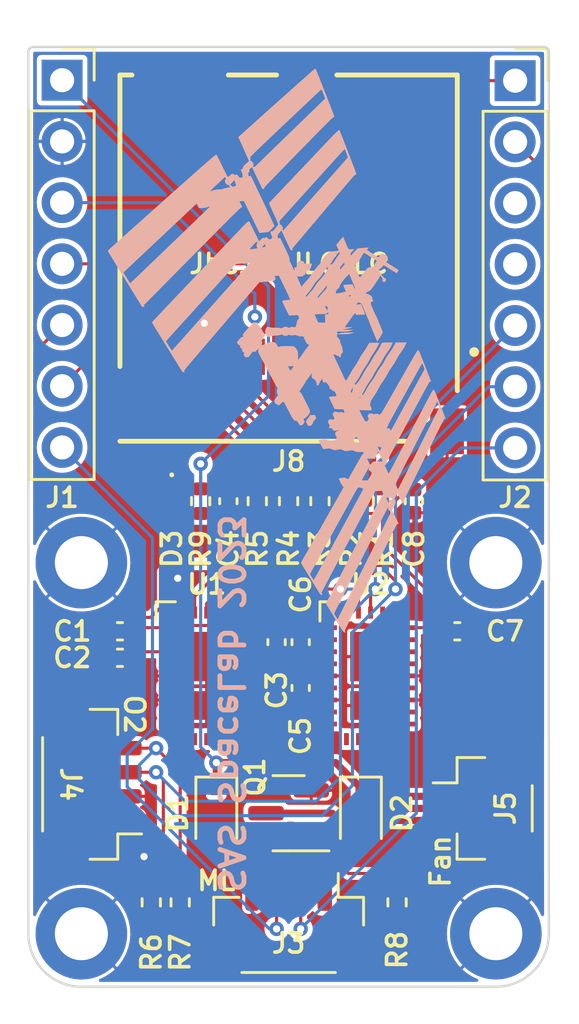
<source format=kicad_pcb>
(kicad_pcb (version 20211014) (generator pcbnew)
  (layers (0 "F.Cu" signal) (31 "B.Cu" signal) (34 "B.Paste" user) (35 "F.Paste" user) (36 "B.SilkS" user "B.Silkscreen") (37 "F.SilkS" user "F.Silkscreen") (38 "B.Mask" user) (39 "F.Mask" user) (44 "Edge.Cuts" user))
  (net 0 "")
  (net 1 "GND")
  (net 2 "/SDA")
  (net 3 "/SCL")
  (net 4 "+5V")
  (net 5 "+3.3V")
  (net 6 "Net-(D2-Pad2)")
  (net 7 "/MOSI")
  (net 8 "/MISO")
  (net 9 "/SCK")
  (net 10 "/TX")
  (net 11 "/D0")
  (net 12 "/D1")
  (net 13 "/P2")
  (net 20 "/P3")
  (net 21 "Net-(C2-Pad2)")
  (net 22 "/RX")
  (net 23 "Net-(C5-Pad2)")
  (net 24 "Net-(D1-Pad2)")
  (net 25 "Net-(J8-PadP1)")
  (net 26 "Net-(J8-PadP8)")
  (net 27 "Net-(D3-Pad2)")
  (footprint "MountingHole:MountingHole_2.2mm_M2_DIN965_Pad" (layer "F.Cu") (at -8.6 12.4)
    (fp_text reference "H1" hide)
    (fp_text value "M2")
    (pad "1" thru_hole circle (at 0 0) (size 3.8 3.8) (drill 2.2) (layers *.Cu *.Mask) (net 1 "GND"))
  )
  (footprint "Connector_PinSocket_2.54mm:PinSocket_1x07_P2.54mm_Vertical" (layer "F.Cu") (at -9.4 -7.62)
    (fp_text reference "J1" (at 0 17.32) (layer "F.SilkS") (effects (font (size 0.8 0.8))))
    (fp_text value "XIAO_L")
    (pad "1" thru_hole rect (at 0 0) (size 1.7 1.7) (drill 1) (layers *.Cu *.Mask) (net 4 "+5V"))
    (pad "2" thru_hole oval (at 0 2.54) (size 1.7 1.7) (drill 1) (layers *.Cu *.Mask) (net 1 "GND"))
    (pad "3" thru_hole oval (at 0 5.08) (size 1.7 1.7) (drill 1) (layers *.Cu *.Mask) (net 5 "+3.3V"))
    (pad "4" thru_hole oval (at 0 7.62) (size 1.7 1.7) (drill 1) (layers *.Cu *.Mask) (net 7 "/MOSI"))
    (pad "5" thru_hole oval (at 0 10.16) (size 1.7 1.7) (drill 1) (layers *.Cu *.Mask) (net 8 "/MISO"))
    (pad "6" thru_hole oval (at 0 12.7) (size 1.7 1.7) (drill 1) (layers *.Cu *.Mask) (net 9 "/SCK"))
    (pad "7" thru_hole oval (at 0 15.24) (size 1.7 1.7) (drill 1) (layers *.Cu *.Mask) (net 10 "/TX"))
  )
  (footprint "Connector_PinSocket_2.54mm:PinSocket_1x07_P2.54mm_Vertical" (layer "F.Cu") (at 9.4 -7.6)
    (fp_text reference "J2" (at 0 17.3) (layer "F.SilkS") (effects (font (size 0.8 0.8))))
    (fp_text value "XIAO_R")
    (pad "1" thru_hole rect (at 0 0) (size 1.7 1.7) (drill 1) (layers *.Cu *.Mask) (net 11 "/D0"))
    (pad "2" thru_hole oval (at 0 2.54) (size 1.7 1.7) (drill 1) (layers *.Cu *.Mask) (net 12 "/D1"))
    (pad "3" thru_hole oval (at 0 5.08) (size 1.7 1.7) (drill 1) (layers *.Cu *.Mask) (net 13 "/P2"))
    (pad "4" thru_hole oval (at 0 7.62) (size 1.7 1.7) (drill 1) (layers *.Cu *.Mask) (net 20 "/P3"))
    (pad "5" thru_hole oval (at 0 10.16) (size 1.7 1.7) (drill 1) (layers *.Cu *.Mask) (net 2 "/SDA"))
    (pad "6" thru_hole oval (at 0 12.7) (size 1.7 1.7) (drill 1) (layers *.Cu *.Mask) (net 3 "/SCL"))
    (pad "7" thru_hole oval (at 0 15.24) (size 1.7 1.7) (drill 1) (layers *.Cu *.Mask) (net 22 "/RX"))
  )
  (footprint "USEQGSE:USEQGSE" (layer "F.Cu") (at -3.4 17.1)
    (fp_text reference "U1" (at 0 -3.8 unlocked) (layer "F.SilkS") (effects (font (size 0.8 0.8))))
    (fp_text value "USEQGSE CO2")
    (pad "1" smd rect (at -1.645 -2) (size 0.5 0.2) (layers "F.Cu" "F.Paste" "F.Mask") (net 5 "+3.3V"))
    (pad "2" smd rect (at -1.645 -1.5) (size 0.5 0.2) (layers "F.Cu" "F.Paste" "F.Mask"))
    (pad "3" smd rect (at -1.645 -1) (size 0.5 0.2) (layers "F.Cu" "F.Paste" "F.Mask") (net 21 "Net-(C2-Pad2)"))
    (pad "4" smd rect (at -1.645 -0.5) (size 0.5 0.2) (layers "F.Cu" "F.Paste" "F.Mask"))
    (pad "5" smd rect (at -1.645 0) (size 0.5 0.2) (layers "F.Cu" "F.Paste" "F.Mask") (net 1 "GND"))
    (pad "6" smd rect (at -1.645 0.5) (size 0.5 0.2) (layers "F.Cu" "F.Paste" "F.Mask"))
    (pad "7" smd rect (at -1.645 1) (size 0.5 0.2) (layers "F.Cu" "F.Paste" "F.Mask") (net 1 "GND"))
    (pad "8" smd rect (at -1.645 1.5) (size 0.5 0.2) (layers "F.Cu" "F.Paste" "F.Mask"))
    (pad "9" smd rect (at -1.645 2) (size 0.5 0.2) (layers "F.Cu" "F.Paste" "F.Mask"))
    (pad "10" smd rect (at -1 2.625 270) (size 0.5 0.2) (layers "F.Cu" "F.Paste" "F.Mask"))
    (pad "11" smd rect (at -0.5 2.625 270) (size 0.5 0.2) (layers "F.Cu" "F.Paste" "F.Mask"))
    (pad "12" smd rect (at 0 2.625 270) (size 0.5 0.2) (layers "F.Cu" "F.Paste" "F.Mask"))
    (pad "13" smd rect (at 0.5 2.625 270) (size 0.5 0.2) (layers "F.Cu" "F.Paste" "F.Mask"))
    (pad "14" smd rect (at 1 2.625 270) (size 0.5 0.2) (layers "F.Cu" "F.Paste" "F.Mask"))
    (pad "15" smd rect (at 1.645 2) (size 0.5 0.2) (layers "F.Cu" "F.Paste" "F.Mask"))
    (pad "16" smd rect (at 1.645 1.5) (size 0.5 0.2) (layers "F.Cu" "F.Paste" "F.Mask"))
    (pad "17" smd rect (at 1.645 1) (size 0.5 0.2) (layers "F.Cu" "F.Paste" "F.Mask") (net 1 "GND"))
    (pad "18" smd rect (at 1.645 0.5) (size 0.5 0.2) (layers "F.Cu" "F.Paste" "F.Mask"))
    (pad "19" smd rect (at 1.645 0) (size 0.5 0.2) (layers "F.Cu" "F.Paste" "F.Mask") (net 1 "GND"))
    (pad "20" smd rect (at 1.645 -0.5) (size 0.5 0.2) (layers "F.Cu" "F.Paste" "F.Mask"))
    (pad "21" smd rect (at 1.645 -1) (size 0.5 0.2) (layers "F.Cu" "F.Paste" "F.Mask"))
    (pad "22" smd rect (at 1.645 -1.5) (size 0.5 0.2) (layers "F.Cu" "F.Paste" "F.Mask"))
    (pad "23" smd rect (at 1.645 -2) (size 0.5 0.2) (layers "F.Cu" "F.Paste" "F.Mask") (net 5 "+3.3V"))
    (pad "24" smd rect (at 1 -2.625 270) (size 0.5 0.2) (layers "F.Cu" "F.Paste" "F.Mask"))
    (pad "25" smd rect (at 0.5 -2.625 270) (size 0.5 0.2) (layers "F.Cu" "F.Paste" "F.Mask"))
    (pad "26" smd rect (at 0 -2.625 270) (size 0.5 0.2) (layers "F.Cu" "F.Paste" "F.Mask") (net 2 "/SDA"))
    (pad "27" smd rect (at -0.5 -2.625 270) (size 0.5 0.2) (layers "F.Cu" "F.Paste" "F.Mask") (net 3 "/SCL"))
    (pad "28" smd rect (at -1 -2.625 270) (size 0.5 0.2) (layers "F.Cu" "F.Paste" "F.Mask") (net 1 "GND"))
    (pad "29" smd rect (at 0 -0.8 270) (size 2.05 1.69) (layers "F.Cu" "F.Paste" "F.Mask") (net 1 "GND"))
    (pad "30" smd rect (at 0 1.23 270) (size 1.19 1.69) (layers "F.Cu" "F.Paste" "F.Mask") (net 1 "GND"))
  )
  (footprint "Diode_SMD:D_SOD-323" (layer "F.Cu") (at 3 22.8 -90)
    (fp_text reference "D2" (at 0 -1.7 90) (layer "F.SilkS") (effects (font (size 0.8 0.8))))
    (fp_text value "D_Small")
    (pad "1" smd rect (at -1.05 0 270) (size 0.6 0.45) (layers "F.Cu" "F.Paste" "F.Mask") (net 4 "+5V"))
    (pad "2" smd rect (at 1.05 0 270) (size 0.6 0.45) (layers "F.Cu" "F.Paste" "F.Mask") (net 6 "Net-(D2-Pad2)"))
  )
  (footprint "Resistor_SMD:R_0402_1005Metric" (layer "F.Cu") (at 2.6 9.85 90)
    (fp_text reference "R2" (at -1.1 0 90) (layer "F.SilkS") (effects (font (size 0.8 0.8)) (justify right)))
    (fp_text value "50k")
    (pad "1" smd roundrect (at -0.51 0 90) (size 0.54 0.64) (layers "F.Cu" "F.Paste" "F.Mask") (net 5 "+3.3V"))
    (pad "2" smd roundrect (at 0.51 0 90) (size 0.54 0.64) (layers "F.Cu" "F.Paste" "F.Mask") (net 11 "/D0"))
  )
  (footprint "MountingHole:MountingHole_2.2mm_M2_DIN965_Pad" (layer "F.Cu") (at 8.6 12.4)
    (fp_text reference "H2" hide)
    (fp_text value "M2")
    (pad "1" thru_hole circle (at 0 0) (size 3.8 3.8) (drill 2.2) (layers *.Cu *.Mask) (net 1 "GND"))
  )
  (footprint "Resistor_SMD:R_0402_1005Metric" (layer "F.Cu") (at 4.5 26.5 90)
    (fp_text reference "R8" (at -1.1 0 90) (layer "F.SilkS") (effects (font (size 0.8 0.8)) (justify right)))
    (fp_text value "10k")
    (pad "1" smd roundrect (at -0.51 0 90) (size 0.54 0.64) (layers "F.Cu" "F.Paste" "F.Mask") (net 1 "GND"))
    (pad "2" smd roundrect (at 0.51 0 90) (size 0.54 0.64) (layers "F.Cu" "F.Paste" "F.Mask") (net 12 "/D1"))
  )
  (footprint "LED_SMD:LED_0402_1005Metric" (layer "F.Cu") (at -4.85 9.85 -90)
    (fp_text reference "D3" (at 1.1 0 90) (layer "F.SilkS") (effects (font (size 0.8 0.8)) (justify right)))
    (fp_text value "PWR")
    (pad "1" smd roundrect (at -0.485 0 270) (size 0.59 0.64) (layers "F.Cu" "F.Paste" "F.Mask") (net 1 "GND"))
    (pad "2" smd roundrect (at 0.485 0 270) (size 0.59 0.64) (layers "F.Cu" "F.Paste" "F.Mask") (net 27 "Net-(D3-Pad2)"))
  )
  (footprint "Connector_JST:JST_SH_BM04B-SRSS-TB_1x04-1MP_P1.00mm_Vertical" (layer "F.Cu") (at 0 27.4 180)
    (fp_text reference "J3" (at 0 -0.8) (layer "F.SilkS") (effects (font (size 0.8 0.8))))
    (fp_text value "MicroLab")
    (pad "1" smd roundrect (at -1.5 1.325 180) (size 0.6 1.55) (layers "F.Cu" "F.Paste" "F.Mask") (net 24 "Net-(D1-Pad2)"))
    (pad "2" smd roundrect (at -0.5 1.325 180) (size 0.6 1.55) (layers "F.Cu" "F.Paste" "F.Mask") (net 22 "/RX"))
    (pad "3" smd roundrect (at 0.5 1.325 180) (size 0.6 1.55) (layers "F.Cu" "F.Paste" "F.Mask") (net 10 "/TX"))
    (pad "4" smd roundrect (at 1.5 1.325 180) (size 0.6 1.55) (layers "F.Cu" "F.Paste" "F.Mask") (net 1 "GND"))
    (pad "MP" smd roundrect (at -2.8 -1.2 180) (size 1.2 1.8) (layers "F.Cu" "F.Paste" "F.Mask") (roundrect_rratio 0.2083333333) (net 1 "GND"))
    (pad "MP" smd roundrect (at 2.8 -1.2 180) (size 1.2 1.8) (layers "F.Cu" "F.Paste" "F.Mask") (roundrect_rratio 0.2083333333) (net 1 "GND"))
  )
  (footprint "MountingHole:MountingHole_2.2mm_M2_DIN965_Pad" (layer "F.Cu") (at -8.6 27.8)
    (fp_text reference "H4" hide)
    (fp_text value "M2")
    (pad "1" thru_hole circle (at 0 0) (size 3.8 3.8) (drill 2.2) (layers *.Cu *.Mask) (net 1 "GND"))
  )
  (footprint "Capacitor_SMD:C_0402_1005Metric" (layer "F.Cu") (at 5.2 9.85 90)
    (fp_text reference "C8" (at -1.1 0 90) (layer "F.SilkS") (effects (font (size 0.8 0.8)) (justify right)))
    (fp_text value "10uF")
    (pad "1" smd roundrect (at -0.48 0 90) (size 0.56 0.62) (layers "F.Cu" "F.Paste" "F.Mask") (net 1 "GND"))
    (pad "2" smd roundrect (at 0.48 0 90) (size 0.56 0.62) (layers "F.Cu" "F.Paste" "F.Mask") (net 5 "+3.3V"))
  )
  (footprint "Capacitor_SMD:C_0402_1005Metric" (layer "F.Cu") (at 7 15.25 180)
    (fp_text reference "C7" (at -1.1 0) (layer "F.SilkS") (effects (font (size 0.8 0.8)) (justify left)))
    (fp_text value "0.1uF")
    (pad "1" smd roundrect (at -0.48 0 180) (size 0.56 0.62) (layers "F.Cu" "F.Paste" "F.Mask") (net 1 "GND"))
    (pad "2" smd roundrect (at 0.48 0 180) (size 0.56 0.62) (layers "F.Cu" "F.Paste" "F.Mask") (net 5 "+3.3V"))
  )
  (footprint "SamacSys:MEM20510019500A" (layer "F.Cu") (at 0 0)
    (fp_text reference "J8" (at 0 8.2) (layer "F.SilkS") (effects (font (size 0.8 0.8))))
    (fp_text value "MEM2051-00-195-00-A" hide)
    (pad "MP1" smd rect locked (at -4.975 -7.199) (size 1.3 1.4) (layers "F.Cu" "F.Paste" "F.Mask") (net 1 "GND"))
    (pad "MP2" smd rect locked (at -3.585 -7.425 90) (size 0.95 1) (layers "F.Cu" "F.Paste" "F.Mask") (net 1 "GND"))
    (pad "MP3" smd rect locked (at 0.725 -7.199) (size 1.3 1.4) (layers "F.Cu" "F.Paste" "F.Mask") (net 1 "GND"))
    (pad "MP4" smd rect locked (at -6.575 5.95) (size 1.4 1.9) (layers "F.Cu" "F.Paste" "F.Mask") (net 1 "GND"))
    (pad "MP5" smd rect locked (at 6.575 6.95) (size 1.4 1.9) (layers "F.Cu" "F.Paste" "F.Mask") (net 1 "GND"))
    (pad "P1" smd rect locked (at 1.915 3.661) (size 0.8 1.5) (layers "F.Cu" "F.Paste" "F.Mask") (net 25 "Net-(J8-PadP1)"))
    (pad "P2" smd rect locked (at 0.815 3.261) (size 0.8 1.5) (layers "F.Cu" "F.Paste" "F.Mask") (net 11 "/D0"))
    (pad "P3" smd rect locked (at -0.285 3.661) (size 0.8 1.5) (layers "F.Cu" "F.Paste" "F.Mask") (net 7 "/MOSI"))
    (pad "P4" smd rect locked (at -1.385 3.861) (size 0.8 1.5) (layers "F.Cu" "F.Paste" "F.Mask") (net 5 "+3.3V"))
    (pad "P5" smd rect locked (at -2.485 3.661) (size 0.8 1.5) (layers "F.Cu" "F.Paste" "F.Mask") (net 9 "/SCK"))
    (pad "P6" smd rect locked (at -3.585 3.861) (size 0.8 1.5) (layers "F.Cu" "F.Paste" "F.Mask") (net 1 "GND"))
    (pad "P7" smd rect locked (at -4.685 3.661) (size 0.8 1.5) (layers "F.Cu" "F.Paste" "F.Mask") (net 8 "/MISO"))
    (pad "P8" smd rect locked (at -5.785 3.661) (size 0.8 1.5) (layers "F.Cu" "F.Paste" "F.Mask") (net 26 "Net-(J8-PadP8)"))
  )
  (footprint "Connector_JST:JST_SH_BM02B-SRSS-TB_1x02-1MP_P1.00mm_Vertical" (layer "F.Cu") (at 8.1 22.6 -90)
    (fp_text reference "J5" (at 0 -0.9 90) (layer "F.SilkS") (effects (font (size 0.8 0.8))))
    (fp_text value "Fan")
    (pad "1" smd roundrect (at -0.5 1.325 270) (size 0.6 1.55) (layers "F.Cu" "F.Paste" "F.Mask") (net 4 "+5V"))
    (pad "2" smd roundrect (at 0.5 1.325 270) (size 0.6 1.55) (layers "F.Cu" "F.Paste" "F.Mask") (net 6 "Net-(D2-Pad2)"))
    (pad "MP" smd roundrect (at 1.8 -1.2 270) (size 1.2 1.8) (layers "F.Cu" "F.Paste" "F.Mask") (roundrect_rratio 0.2083333333) (net 6 "Net-(D2-Pad2)"))
    (pad "MP" smd roundrect (at -1.8 -1.2 270) (size 1.2 1.8) (layers "F.Cu" "F.Paste" "F.Mask") (roundrect_rratio 0.2083333333) (net 6 "Net-(D2-Pad2)"))
  )
  (footprint "Capacitor_SMD:C_0402_1005Metric" (layer "F.Cu") (at 0.5 17.6 90)
    (fp_text reference "C5" (at -1.12 -0.01 90) (layer "F.SilkS") (effects (font (size 0.8 0.8)) (justify right)))
    (fp_text value "0.1uF")
    (pad "1" smd roundrect (at -0.48 0 90) (size 0.56 0.62) (layers "F.Cu" "F.Paste" "F.Mask") (net 1 "GND"))
    (pad "2" smd roundrect (at 0.48 0 90) (size 0.56 0.62) (layers "F.Cu" "F.Paste" "F.Mask") (net 23 "Net-(C5-Pad2)"))
  )
  (footprint "Package_TO_SOT_SMD:SOT-23" (layer "F.Cu") (at 0 22.8 180)
    (fp_text reference "Q1" (at 1.4 1.5 90) (layer "F.SilkS") (effects (font (size 0.8 0.8))))
    (fp_text value "NX7002BKR")
    (pad "1" smd roundrect (at -0.9375 -0.95 180) (size 1.475 0.6) (layers "F.Cu" "F.Paste" "F.Mask") (net 12 "/D1"))
    (pad "2" smd roundrect (at -0.9375 0.95 180) (size 1.475 0.6) (layers "F.Cu" "F.Paste" "F.Mask") (net 1 "GND"))
    (pad "3" smd roundrect (at 0.9375 0 180) (size 1.475 0.6) (layers "F.Cu" "F.Paste" "F.Mask") (net 6 "Net-(D2-Pad2)"))
  )
  (footprint "Resistor_SMD:R_0402_1005Metric" (layer "F.Cu") (at -1.3 9.85 90)
    (fp_text reference "R5" (at -1.1 0 90) (layer "F.SilkS") (effects (font (size 0.8 0.8)) (justify right)))
    (fp_text value "50k")
    (pad "1" smd roundrect (at -0.51 0 90) (size 0.54 0.64) (layers "F.Cu" "F.Paste" "F.Mask") (net 5 "+3.3V"))
    (pad "2" smd roundrect (at 0.51 0 90) (size 0.54 0.64) (layers "F.Cu" "F.Paste" "F.Mask") (net 26 "Net-(J8-PadP8)"))
  )
  (footprint "Capacitor_SMD:C_0402_1005Metric" (layer "F.Cu") (at -0.5 15.7 90)
    (fp_text reference "C3" (at -1.12 0 90) (layer "F.SilkS") (effects (font (size 0.8 0.8)) (justify right)))
    (fp_text value "0.1uF")
    (pad "1" smd roundrect (at -0.48 0 90) (size 0.56 0.62) (layers "F.Cu" "F.Paste" "F.Mask") (net 1 "GND"))
    (pad "2" smd roundrect (at 0.48 0 90) (size 0.56 0.62) (layers "F.Cu" "F.Paste" "F.Mask") (net 5 "+3.3V"))
  )
  (footprint "Diode_SMD:D_SOD-323" (layer "F.Cu") (at -3 22.8 -90)
    (fp_text reference "D1" (at 0 1.6 90 unlocked) (layer "F.SilkS") (effects (font (size 0.8 0.8))))
    (fp_text value "D_Small")
    (pad "1" smd rect (at -1.05 0 270) (size 0.6 0.45) (layers "F.Cu" "F.Paste" "F.Mask") (net 4 "+5V"))
    (pad "2" smd rect (at 1.05 0 270) (size 0.6 0.45) (layers "F.Cu" "F.Paste" "F.Mask") (net 24 "Net-(D1-Pad2)"))
  )
  (footprint "Resistor_SMD:R_0402_1005Metric" (layer "F.Cu") (at -4.5 26.5 -90)
    (fp_text reference "R7" (at 1.2 0 90) (layer "F.SilkS") (effects (font (size 0.8 0.8)) (justify right)))
    (fp_text value "10k")
    (pad "1" smd roundrect (at -0.51 0 270) (size 0.54 0.64) (layers "F.Cu" "F.Paste" "F.Mask") (net 3 "/SCL"))
    (pad "2" smd roundrect (at 0.51 0 270) (size 0.54 0.64) (layers "F.Cu" "F.Paste" "F.Mask") (net 5 "+3.3V"))
  )
  (footprint "Resistor_SMD:R_0402_1005Metric" (layer "F.Cu") (at -5.7 26.5 -90)
    (fp_text reference "R6" (at 1.2 0 90) (layer "F.SilkS") (effects (font (size 0.8 0.8)) (justify right)))
    (fp_text value "10k")
    (pad "1" smd roundrect (at -0.51 0 270) (size 0.54 0.64) (layers "F.Cu" "F.Paste" "F.Mask") (net 2 "/SDA"))
    (pad "2" smd roundrect (at 0.51 0 270) (size 0.54 0.64) (layers "F.Cu" "F.Paste" "F.Mask") (net 5 "+3.3V"))
  )
  (footprint "MountingHole:MountingHole_2.2mm_M2_DIN965_Pad" (layer "F.Cu") (at 8.6 27.8)
    (fp_text reference "H3" hide)
    (fp_text value "M2")
    (pad "1" thru_hole circle (at 0 0) (size 3.8 3.8) (drill 2.2) (layers *.Cu *.Mask) (net 1 "GND"))
  )
  (footprint "Connector_JST:JST_SH_BM04B-SRSS-TB_1x04-1MP_P1.00mm_Vertical" (layer "F.Cu") (at -8.2 21.6 90)
    (fp_text reference "J4" (at 0 -0.85 270 unlocked) (layer "F.SilkS") (effects (font (size 0.8 0.8))))
    (fp_text value "O2 Sensor")
    (pad "1" smd roundrect (at -1.5 1.325 90) (size 0.6 1.55) (layers "F.Cu" "F.Paste" "F.Mask") (net 5 "+3.3V"))
    (pad "2" smd roundrect (at -0.5 1.325 90) (size 0.6 1.55) (layers "F.Cu" "F.Paste" "F.Mask") (net 1 "GND"))
    (pad "3" smd roundrect (at 0.5 1.325 90) (size 0.6 1.55) (layers "F.Cu" "F.Paste" "F.Mask") (net 2 "/SDA"))
    (pad "4" smd roundrect (at 1.5 1.325 90) (size 0.6 1.55) (layers "F.Cu" "F.Paste" "F.Mask") (net 3 "/SCL"))
    (pad "MP" smd roundrect (at -2.8 -1.2 90) (size 1.2 1.8) (layers "F.Cu" "F.Paste" "F.Mask") (roundrect_rratio 0.2083333333) (net 1 "GND"))
    (pad "MP" smd roundrect (at 2.8 -1.2 90) (size 1.2 1.8) (layers "F.Cu" "F.Paste" "F.Mask") (roundrect_rratio 0.2083333333) (net 1 "GND"))
  )
  (footprint "Resistor_SMD:R_0402_1005Metric" (layer "F.Cu") (at -3.65 9.85 90)
    (fp_text reference "R9" (at -1.1 0 90) (layer "F.SilkS") (effects (font (size 0.8 0.8)) (justify right)))
    (fp_text value "500")
    (pad "1" smd roundrect (at -0.51 0 90) (size 0.54 0.64) (layers "F.Cu" "F.Paste" "F.Mask") (net 27 "Net-(D3-Pad2)"))
    (pad "2" smd roundrect (at 0.51 0 90) (size 0.54 0.64) (layers "F.Cu" "F.Paste" "F.Mask") (net 4 "+5V"))
  )
  (footprint "Capacitor_SMD:C_0402_1005Metric" (layer "F.Cu") (at -7 15.25)
    (fp_text reference "C1" (at -1.1 0) (layer "F.SilkS") (effects (font (size 0.8 0.8)) (justify right)))
    (fp_text value "0.1uF")
    (pad "1" smd roundrect (at -0.48 0) (size 0.56 0.62) (layers "F.Cu" "F.Paste" "F.Mask") (net 1 "GND"))
    (pad "2" smd roundrect (at 0.48 0) (size 0.56 0.62) (layers "F.Cu" "F.Paste" "F.Mask") (net 5 "+3.3V"))
  )
  (footprint "Resistor_SMD:R_0402_1005Metric" (layer "F.Cu") (at 3.9 9.85 90)
    (fp_text reference "R1" (at -1.1 0 90) (layer "F.SilkS") (effects (font (size 0.8 0.8)) (justify right)))
    (fp_text value "50k")
    (pad "1" smd roundrect (at -0.51 0 90) (size 0.54 0.64) (layers "F.Cu" "F.Paste" "F.Mask") (net 5 "+3.3V"))
    (pad "2" smd roundrect (at 0.51 0 90) (size 0.54 0.64) (layers "F.Cu" "F.Paste" "F.Mask") (net 25 "Net-(J8-PadP1)"))
  )
  (footprint "Resistor_SMD:R_0402_1005Metric" (layer "F.Cu") (at 1.3 9.85 -90)
    (fp_text reference "R3" (at 1.1 0 90) (layer "F.SilkS") (effects (font (size 0.8 0.8)) (justify right)))
    (fp_text value "50k")
    (pad "1" smd roundrect (at -0.51 0 270) (size 0.54 0.64) (layers "F.Cu" "F.Paste" "F.Mask") (net 5 "+3.3V"))
    (pad "2" smd roundrect (at 0.51 0 270) (size 0.54 0.64) (layers "F.Cu" "F.Paste" "F.Mask") (net 7 "/MOSI"))
  )
  (footprint "Capacitor_SMD:C_0402_1005Metric" (layer "F.Cu") (at 0.5 15.7 90)
    (fp_text reference "C6" (at 1.1 0 90) (layer "F.SilkS") (effects (font (size 0.8 0.8)) (justify left)))
    (fp_text value "0.1uF")
    (pad "1" smd roundrect (at -0.48 0 90) (size 0.56 0.62) (layers "F.Cu" "F.Paste" "F.Mask") (net 1 "GND"))
    (pad "2" smd roundrect (at 0.48 0 90) (size 0.56 0.62) (layers "F.Cu" "F.Paste" "F.Mask") (net 5 "+3.3V"))
  )
  (footprint "USEQGSE:USEQGSE" (layer "F.Cu") (at 3.4 17.1)
    (fp_text reference "U2" (at 0 -3.8 unlocked) (layer "F.SilkS") (effects (font (size 0.8 0.8))))
    (fp_text value "USEQGSE CH4")
    (pad "1" smd rect (at -1.645 -2) (size 0.5 0.2) (layers "F.Cu" "F.Paste" "F.Mask") (net 5 "+3.3V"))
    (pad "2" smd rect (at -1.645 -1.5) (size 0.5 0.2) (layers "F.Cu" "F.Paste" "F.Mask"))
    (pad "3" smd rect (at -1.645 -1) (size 0.5 0.2) (layers "F.Cu" "F.Paste" "F.Mask") (net 23 "Net-(C5-Pad2)"))
    (pad "4" smd rect (at -1.645 -0.5) (size 0.5 0.2) (layers "F.Cu" "F.Paste" "F.Mask"))
    (pad "5" smd rect (at -1.645 0) (size 0.5 0.2) (layers "F.Cu" "F.Paste" "F.Mask") (net 1 "GND"))
    (pad "6" smd rect (at -1.645 0.5) (size 0.5 0.2) (layers "F.Cu" "F.Paste" "F.Mask"))
    (pad "7" smd rect (at -1.645 1) (size 0.5 0.2) (layers "F.Cu" "F.Paste" "F.Mask") (net 1 "GND"))
    (pad "8" smd rect (at -1.645 1.5) (size 0.5 0.2) (layers "F.Cu" "F.Paste" "F.Mask"))
    (pad "9" smd rect (at -1.645 2) (size 0.5 0.2) (layers "F.Cu" "F.Paste" "F.Mask"))
    (pad "10" smd rect (at -1 2.625 270) (size 0.5 0.2) (layers "F.Cu" "F.Paste" "F.Mask"))
    (pad "11" smd rect (at -0.5 2.625 270) (size 0.5 0.2) (layers "F.Cu" "F.Paste" "F.Mask"))
    (pad "12" smd rect (at 0 2.625 270) (size 0.5 0.2) (layers "F.Cu" "F.Paste" "F.Mask"))
    (pad "13" smd rect (at 0.5 2.625 270) (size 0.5 0.2) (layers "F.Cu" "F.Paste" "F.Mask"))
    (pad "14" smd rect (at 1 2.625 270) (size 0.5 0.2) (layers "F.Cu" "F.Paste" "F.Mask"))
    (pad "15" smd rect (at 1.645 2) (size 0.5 0.2) (layers "F.Cu" "F.Paste" "F.Mask"))
    (pad "16" smd rect (at 1.645 1.5) (size 0.5 0.2) (layers "F.Cu" "F.Paste" "F.Mask"))
    (pad "17" smd rect (at 1.645 1) (size 0.5 0.2) (layers "F.Cu" "F.Paste" "F.Mask") (net 1 "GND"))
    (pad "18" smd rect (at 1.645 0.5) (size 0.5 0.2) (layers "F.Cu" "F.Paste" "F.Mask"))
    (pad "19" smd rect (at 1.645 0) (size 0.5 0.2) (layers "F.Cu" "F.Paste" "F.Mask") (net 1 "GND"))
    (pad "20" smd rect (at 1.645 -0.5) (size 0.5 0.2) (layers "F.Cu" "F.Paste" "F.Mask"))
    (pad "21" smd rect (at 1.645 -1) (size 0.5 0.2) (layers "F.Cu" "F.Paste" "F.Mask"))
    (pad "22" smd rect (at 1.645 -1.5) (size 0.5 0.2) (layers "F.Cu" "F.Paste" "F.Mask"))
    (pad "23" smd rect (at 1.645 -2) (size 0.5 0.2) (layers "F.Cu" "F.Paste" "F.Mask") (net 5 "+3.3V"))
    (pad "24" smd rect (at 1 -2.625 270) (size 0.5 0.2) (layers "F.Cu" "F.Paste" "F.Mask"))
    (pad "25" smd rect (at 0.5 -2.625 270) (size 0.5 0.2) (layers "F.Cu" "F.Paste" "F.Mask"))
    (pad "26" smd rect (at 0 -2.625 270) (size 0.5 0.2) (layers "F.Cu" "F.Paste" "F.Mask") (net 2 "/SDA"))
    (pad "27" smd rect (at -0.5 -2.625 270) (size 0.5 0.2) (layers "F.Cu" "F.Paste" "F.Mask") (net 3 "/SCL"))
    (pad "28" smd rect (at -1 -2.625 270) (size 0.5 0.2) (layers "F.Cu" "F.Paste" "F.Mask") (net 1 "GND"))
    (pad "29" smd rect (at 0 -0.8 270) (size 2.05 1.69) (layers "F.Cu" "F.Paste" "F.Mask") (net 1 "GND"))
    (pad "30" smd rect (at 0 1.23 270) (size 1.19 1.69) (layers "F.Cu" "F.Paste" "F.Mask") (net 1 "GND"))
  )
  (footprint "Capacitor_SMD:C_0402_1005Metric" (layer "F.Cu") (at -7 16.35)
    (fp_text reference "C2" (at -1.1 0) (layer "F.SilkS") (effects (font (size 0.8 0.8)) (justify right)))
    (fp_text value "0.1uF")
    (pad "1" smd roundrect (at -0.48 0) (size 0.56 0.62) (layers "F.Cu" "F.Paste" "F.Mask") (net 1 "GND"))
    (pad "2" smd roundrect (at 0.48 0) (size 0.56 0.62) (layers "F.Cu" "F.Paste" "F.Mask") (net 21 "Net-(C2-Pad2)"))
  )
  (footprint "Capacitor_SMD:C_0402_1005Metric" (layer "F.Cu") (at -2.5 9.85 -90)
    (fp_text reference "C4" (at 1.1 0 90) (layer "F.SilkS") (effects (font (size 0.8 0.8)) (justify right)))
    (fp_text value "10uF")
    (pad "1" smd roundrect (at -0.48 0 270) (size 0.56 0.62) (layers "F.Cu" "F.Paste" "F.Mask") (net 1 "GND"))
    (pad "2" smd roundrect (at 0.48 0 270) (size 0.56 0.62) (layers "F.Cu" "F.Paste" "F.Mask") (net 5 "+3.3V"))
  )
  (footprint "Resistor_SMD:R_0402_1005Metric" (layer "F.Cu") (at 0 9.85 90)
    (fp_text reference "R4" (at -1.1 0 90) (layer "F.SilkS") (effects (font (size 0.8 0.8)) (justify right)))
    (fp_text value "50k")
    (pad "1" smd roundrect (at -0.51 0 90) (size 0.54 0.64) (layers "F.Cu" "F.Paste" "F.Mask") (net 5 "+3.3V"))
    (pad "2" smd roundrect (at 0.51 0 90) (size 0.54 0.64) (layers "F.Cu" "F.Paste" "F.Mask") (net 8 "/MISO"))
  )
  (footprint "LOGO" (layer "B.Cu") (at -0.5 3.6 90)
    (fp_text reference "G***" hide)
    (fp_text value "LOGO" hide)
  )
  (gr_line (start 10.8 -8.8) (end 10.8 27.8) (layer "Edge.Cuts") (width 0.1))
  (gr_arc (start -10.8 -8.8) (mid -10.741421 -8.941421) (end -10.6 -9) (layer "Edge.Cuts") (width 0.1))
  (gr_arc (start 10.8 27.8) (mid 10.155635 29.355635) (end 8.6 30) (layer "Edge.Cuts") (width 0.1))
  (gr_line (start 8.6 30) (end -8.6 30) (layer "Edge.Cuts") (width 0.1))
  (gr_line (start -10.8 27.8) (end -10.8 -8.8) (layer "Edge.Cuts") (width 0.1))
  (gr_arc (start 10.6 -9) (mid 10.741421 -8.941421) (end 10.8 -8.8) (layer "Edge.Cuts") (width 0.1))
  (gr_arc (start -8.6 30) (mid -10.155635 29.355635) (end -10.8 27.8) (layer "Edge.Cuts") (width 0.1))
  (gr_line (start -10.6 -9) (end 10.6 -9) (layer "Edge.Cuts") (width 0.1))
  (gr_text "SAS SpaceLab 2023" (at -2.4 26.2 270) (layer "B.SilkS") (effects (font (size 1 1.03) (thickness 0.2)) (justify left mirror)))
  (gr_text "JLCJLCJLCJLC" (at 0 0) (layer "F.SilkS") (effects (font (size 0.8 0.8))))
  (gr_text "ML" (at -3 25.6) (layer "F.SilkS") (effects (font (size 0.8 0.8))))
  (gr_text "Fan" (at 6.3 24.8 90) (layer "F.SilkS") (effects (font (size 0.8 0.8))))
  (gr_text "O2" (at -6.4 18.7 270) (layer "F.SilkS") (effects (font (size 0.8 0.8))))
  (segment (start -3.585 3.861) (end -3.585 2.5495) (width 0.13) (layer "F.Cu") (net 1))
  (segment (start -3.585 2.5495) (end -3.5 2.4645) (width 0.13) (layer "F.Cu") (net 1))
  (segment (start -4.4 14.475) (end -4.4 13.75) (width 0.13) (layer "F.Cu") (net 1))
  (segment (start -6.875 22.1) (end -6.513101 22.1) (width 0.13) (layer "F.Cu") (net 1))
  (segment (start -4.6 13.05) (end -4.6 13.55) (width 0.13) (layer "F.Cu") (net 1))
  (segment (start -4.6 13.55) (end -4.4 13.75) (width 0.13) (layer "F.Cu") (net 1))
  (via (at -6 24.6) (size 0.6) (drill 0.3) (layers "F.Cu" "B.Cu") (net 1))
  (via (at -3.5 2.4645) (size 0.6) (drill 0.3) (layers "F.Cu" "B.Cu") (net 1))
  (via (at -4.6 13.05) (size 0.6) (drill 0.3) (layers "F.Cu" "B.Cu") (net 1))
  (segment (start 3.4 13.7) (end 3.6 13.5) (width 0.13) (layer "F.Cu") (net 2))
  (segment (start -5.2 25.49) (end -5.7 25.99) (width 0.13) (layer "F.Cu") (net 2))
  (segment (start -5.5 21.1) (end -5.2 21.4) (width 0.13) (layer "F.Cu") (net 2))
  (segment (start -5.2 21.4) (end -5.2 25.49) (width 0.13) (layer "F.Cu") (net 2))
  (segment (start -3.4 14.475) (end -3.4 14.095) (width 0.13) (layer "F.Cu") (net 2))
  (segment (start -2.805 13.5) (end 2.15 13.5) (width 0.13) (layer "F.Cu") (net 2))
  (segment (start 3.4 14.475) (end 3.4 13.7) (width 0.13) (layer "F.Cu") (net 2))
  (segment (start -6.875 21.1) (end -5.5 21.1) (width 0.13) (layer "F.Cu") (net 2))
  (segment (start -3.4 14.095) (end -2.805 13.5) (width 0.13) (layer "F.Cu") (net 2))
  (via (at 2.15 13.5) (size 0.6) (drill 0.3) (layers "F.Cu" "B.Cu") (net 2))
  (via (at -5.5 21.1) (size 0.6) (drill 0.3) (layers "F.Cu" "B.Cu") (net 2))
  (via (at 3.6 13.5) (size 0.6) (drill 0.3) (layers "F.Cu" "B.Cu") (net 2))
  (segment (start 2.15 21.3) (end 1.15 22.3) (width 0.13) (layer "B.Cu") (net 2))
  (segment (start -5.5 21.1) (end -4.3 22.3) (width 0.13) (layer "B.Cu") (net 2))
  (segment (start 2.15 15.3) (end 2.15 21.3) (width 0.13) (layer "B.Cu") (net 2))
  (segment (start 3.6 8.36) (end 3.6 13.5) (width 0.13) (layer "B.Cu") (net 2))
  (segment (start 2.15 14.95) (end 2.15 15.3) (width 0.13) (layer "B.Cu") (net 2))
  (segment (start 2.15 13.5) (end 3.6 13.5) (width 0.13) (layer "B.Cu") (net 2))
  (segment (start 3.6 13.5) (end 2.15 14.95) (width 0.13) (layer "B.Cu") (net 2))
  (segment (start 9.4 2.56) (end 3.6 8.36) (width 0.13) (layer "B.Cu") (net 2))
  (segment (start -4.3 22.3) (end 1.15 22.3) (width 0.13) (layer "B.Cu") (net 2))
  (segment (start -3.9 13.8) (end -2.95 12.85) (width 0.13) (layer "F.Cu") (net 3))
  (segment (start 2.9 13.175) (end 3.225 12.85) (width 0.13) (layer "F.Cu") (net 3))
  (segment (start 4.4355 13.1605) (end 4.4355 13.5) (width 0.13) (layer "F.Cu") (net 3))
  (segment (start 2.9 14.475) (end 2.9 13.175) (width 0.13) (layer "F.Cu") (net 3))
  (segment (start -5.5 20.1) (end -4.5 21.1) (width 0.13) (layer "F.Cu") (net 3))
  (segment (start -3.9 14.475) (end -3.9 13.8) (width 0.13) (layer "F.Cu") (net 3))
  (segment (start -6.875 20.1) (end -5.5 20.1) (width 0.13) (layer "F.Cu") (net 3))
  (segment (start 4.125 12.85) (end 4.4355 13.1605) (width 0.13) (layer "F.Cu") (net 3))
  (segment (start 3.7 12.85) (end 4.125 12.85) (width 0.13) (layer "F.Cu") (net 3))
  (segment (start -2.95 12.85) (end 3.7 12.85) (width 0.13) (layer "F.Cu") (net 3))
  (segment (start 3.225 12.85) (end 3.7 12.85) (width 0.13) (layer "F.Cu") (net 3))
  (segment (start -4.5 21.1) (end -4.5 25.99) (width 0.13) (layer "F.Cu") (net 3))
  (via (at -5.5 20.1) (size 0.6) (drill 0.3) (layers "F.Cu" "B.Cu") (net 3))
  (via (at 4.4355 13.5) (size 0.6) (drill 0.3) (layers "F.Cu" "B.Cu") (net 3))
  (segment (start -6.2 21.4) (end -4.7 22.9) (width 0.13) (layer "B.Cu") (net 3))
  (segment (start 9.4 5.1) (end 8.3 5.1) (width 0.13) (layer "B.Cu") (net 3))
  (segment (start 4.4355 8.9645) (end 4.4355 13.5) (width 0.13) (layer "B.Cu") (net 3))
  (segment (start 2.65 15.2855) (end 4.4355 13.5) (width 0.13) (layer "B.Cu") (net 3))
  (segment (start 2.65 21.65) (end 2.65 15.2855) (width 0.13) (layer "B.Cu") (net 3))
  (segment (start -6.2 20.8) (end -6.2 21.4) (width 0.13) (layer "B.Cu") (net 3))
  (segment (start 1.4 22.9) (end 2.65 21.65) (width 0.13) (layer "B.Cu") (net 3))
  (segment (start -5.5 20.1) (end -6.2 20.8) (width 0.13) (layer "B.Cu") (net 3))
  (segment (start -4.7 22.9) (end 1.4 22.9) (width 0.13) (layer "B.Cu") (net 3))
  (segment (start 8.3 5.1) (end 4.4355 8.9645) (width 0.13) (layer "B.Cu") (net 3))
  (segment (start 3.35 22.1) (end 3 21.75) (width 0.3) (layer "F.Cu") (net 4))
  (segment (start -3.65 9.34) (end -3.65 8.3) (width 0.13) (layer "F.Cu") (net 4))
  (segment (start 6.775 22.1) (end 3.35 22.1) (width 0.3) (layer "F.Cu") (net 4))
  (segment (start -3 21.75) (end -3 20.7) (width 0.3) (layer "F.Cu") (net 4))
  (segment (start 1.95 20.7) (end -3 20.7) (width 0.3) (layer "F.Cu") (net 4))
  (segment (start 1.95 20.7) (end 3 21.75) (width 0.3) (layer "F.Cu") (net 4))
  (via (at -3 20.7) (size 0.6) (drill 0.3) (layers "F.Cu" "B.Cu") (net 4))
  (via (at -3.65 8.3) (size 0.6) (drill 0.3) (layers "F.Cu" "B.Cu") (net 4))
  (segment (start -0.835 5.485) (end -0.835 0.945) (width 0.13) (layer "B.Cu") (net 4))
  (segment (start -3 20.7) (end -3.65 20.05) (width 0.13) (layer "B.Cu") (net 4))
  (segment (start -3.65 20.05) (end -3.65 20) (width 0.13) (layer "B.Cu") (net 4))
  (segment (start -3.65 8.3) (end -0.835 5.485) (width 0.13) (layer "B.Cu") (net 4))
  (segment (start -0.835 0.945) (end -9.4 -7.62) (width 0.13) (layer "B.Cu") (net 4))
  (segment (start -3.65 8.3) (end -3.65 20) (width 0.13) (layer "B.Cu") (net 4))
  (segment (start -1.385 3.861) (end -1.385 5.39) (width 0.13) (layer "F.Cu") (net 5))
  (segment (start -5.85 15.1) (end -6.37 15.1) (width 0.13) (layer "F.Cu") (net 5))
  (segment (start -1.385 5.39) (end 1.3 8.075) (width 0.13) (layer "F.Cu") (net 5))
  (segment (start -6.875 23.1) (end -6.875 25.835) (width 0.13) (layer "F.Cu") (net 5))
  (segment (start -4.5 12.45) (end -4.85 12.45) (width 0.13) (layer "F.Cu") (net 5))
  (segment (start 5.045 15.1) (end 6.37 15.1) (width 0.13) (layer "F.Cu") (net 5))
  (segment (start 0.62 15.1) (end 1.755 15.1) (width 0.13) (layer "F.Cu") (net 5))
  (segment (start 0 10.36) (end 0.54 10.9) (width 0.13) (layer "F.Cu") (net 5))
  (segment (start 6.37 15.1) (end 6.52 15.25) (width 0.13) (layer "F.Cu") (net 5))
  (segment (start -4.55 15.1) (end -5.045 15.1) (width 0.13) (layer "F.Cu") (net 5))
  (segment (start -4.85 12.45) (end -5.2 12.8) (width 0.13) (layer "F.Cu") (net 5))
  (segment (start 0.5 15.22) (end 0.62 15.1) (width 0.13) (layer "F.Cu") (net 5))
  (segment (start -6.37 15.1) (end -6.52 15.25) (width 0.13) (layer "F.Cu") (net 5))
  (segment (start -4.46 15.01) (end -4.55 15.1) (width 0.13) (layer "F.Cu") (net 5))
  (segment (start -1.385 2.215) (end -1.4 2.2) (width 0.13) (layer "F.Cu") (net 5))
  (segment (start -4.5 27.01) (end -5.7 27.01) (width 0.13) (layer "F.Cu") (net 5))
  (segment (start 0.54 10.9) (end 2.06 10.9) (width 0.13) (layer "F.Cu") (net 5))
  (segment (start 5.2 9.37) (end 4.89 9.37) (width 0.13) (layer "F.Cu") (net 5))
  (segment (start -6.52 14.855) (end -6.7 14.675) (width 0.13) (layer "F.Cu") (net 5))
  (segment (start -5.045 15.1) (end -5.85 15.1) (width 0.13) (layer "F.Cu") (net 5))
  (segment (start -3.05 12.45) (end -4.5 12.45) (width 0.13) (layer "F.Cu") (net 5))
  (segment (start -7.236899 23.1) (end -6.875 23.1) (width 0.13) (layer "F.Cu") (net 5))
  (segment (start -2.34 15.01) (end -4.46 15.01) (width 0.13) (layer "F.Cu") (net 5))
  (segment (start -0.5 15.22) (end -0.62 15.1) (width 0.13) (layer "F.Cu") (net 5))
  (segment (start -6.7 14.675) (end -5.725 14.675) (width 0.13) (layer "F.Cu") (net 5))
  (segment (start -6.875 25.835) (end -5.7 27.01) (width 0.13) (layer "F.Cu") (net 5))
  (segment (start -5.725 14.675) (end -5.2 14.15) (width 0.13) (layer "F.Cu") (net 5))
  (segment (start -2.5 10.33) (end -1.33 10.33) (width 0.13) (layer "F.Cu") (net 5))
  (segment (start -1.3 10.36) (end 0 10.36) (width 0.13) (layer "F.Cu") (net 5))
  (segment (start -6.52 15.25) (end -6.52 14.855) (width 0.13) (layer "F.Cu") (net 5))
  (segment (start 6.52 14.32) (end 6.52 15.25) (width 0.13) (layer "F.Cu") (net 5))
  (segment (start -8.025 14.912244) (end -8.025 22.311899) (width 0.13) (layer "F.Cu") (net 5))
  (segment (start -1.755 15.1) (end -2.25 15.1) (width 0.13) (layer "F.Cu") (net 5))
  (segment (start -2.25 15.1) (end -2.34 15.01) (width 0.13) (layer "F.Cu") (net 5))
  (segment (start -1.33 10.33) (end -1.3 10.36) (width 0.13) (layer "F.Cu") (net 5))
  (segment (start -3 12.4) (end -3.05 12.45) (width 0.13) (layer "F.Cu") (net 5))
  (segment (start 1.3 8.075) (end 1.3 9.34) (width 0.13) (layer "F.Cu") (net 5))
  (segment (start 3.9 11.7) (end 6.52 14.32) (width 0.13) (layer "F.Cu") (net 5))
  (segment (start -6.7 14.675) (end -7.787756 14.675) (width 0.13) (layer "F.Cu") (net 5))
  (segment (start -8.025 22.311899) (end -7.236899 23.1) (width 0.13) (layer "F.Cu") (net 5))
  (segment (start 1.02 9.34) (end 0 10.36) (width 0.13) (layer "F.Cu") (net 5))
  (segment (start -2.5 10.33) (end -2.5 11.1) (width 0.13) (layer "F.Cu") (net 5))
  (segment (start -2.5 11.1) (end -2.5 11.9) (width 0.13) (layer "F.Cu") (net 5))
  (segment (start 4.89 9.37) (end 3.9 10.36) (width 0.13) (layer "F.Cu") (net 5))
  (segment (start 3.9 10.36) (end 3.9 11.7) (width 0.13) (layer "F.Cu") (net 5))
  (segment (start -5.2 12.8) (end -5.2 14.1) (width 0.13) (layer "F.Cu") (net 5))
  (segment (start 2.6 10.36) (end 3.9 10.36) (width 0.13) (layer "F.Cu") (net 5))
  (segment (start -7.787756 14.675) (end -8.025 14.912244) (width 0.13) (layer "F.Cu") (net 5))
  (segment (start 2.06 10.9) (end 2.6 10.36) (width 0.13) (layer "F.Cu") (net 5))
  (segment (start 0.5 15.22) (end -0.5 15.22) (width 0.13) (layer "F.Cu") (net 5))
  (segment (start -0.62 15.1) (end -1.755 15.1) (width 0.13) (layer "F.Cu") (net 5))
  (segment (start 1.3 9.34) (end 1.02 9.34) (width 0.13) (layer "F.Cu") (net 5))
  (segment (start -5.2 14.1) (end -5.2 14.15) (width 0.13) (layer "F.Cu") (net 5))
  (segment (start -2.5 11.9) (end -3 12.4) (width 0.13) (layer "F.Cu") (net 5))
  (segment (start -1.385 3.861) (end -1.385 2.215) (width 0.13) (layer "F.Cu") (net 5))
  (via (at -1.4 2.2) (size 0.6) (drill 0.3) (layers "F.Cu" "B.Cu") (net 5))
  (segment (start -1.4 2.2) (end -1.4 1.25) (width 0.13) (layer "B.Cu") (net 5))
  (segment (start -5.19 -2.54) (end -9.4 -2.54) (width 0.13) (layer "B.Cu") (net 5))
  (segment (start -1.4 1.25) (end -5.19 -2.54) (width 0.13) (layer "B.Cu") (net 5))
  (segment (start 1.8 22.8) (end 2.1 23.1) (width 0.3) (layer "F.Cu") (net 6))
  (segment (start 3.75 23.1) (end 3.675 23.175) (width 0.3) (layer "F.Cu") (net 6))
  (segment (start 4.2 23.1) (end 3.75 23.1) (width 0.3) (layer "F.Cu") (net 6))
  (segment (start 3.675 23.175) (end 3 23.85) (width 0.3) (layer "F.Cu") (net 6))
  (segment (start 2.1 23.1) (end 4.2 23.1) (width 0.3) (layer "F.Cu") (net 6))
  (segment (start -0.9375 22.8) (end 1.8 22.8) (width 0.3) (layer "F.Cu") (net 6))
  (segment (start 6.775 23.1) (end 8.5 23.1) (width 0.3) (layer "F.Cu") (net 6))
  (segment (start 8.5 23.1) (end 9.3 22.3) (width 0.3) (layer "F.Cu") (net 6))
  (segment (start 9.3 20.8) (end 9.3 22.3) (width 0.3) (layer "F.Cu") (net 6))
  (segment (start 6.775 23.1) (end 4.2 23.1) (width 0.3) (layer "F.Cu") (net 6))
  (segment (start 9.3 22.3) (end 9.3 24.4) (width 0.3) (layer "F.Cu") (net 6))
  (segment (start -9.4 0) (end -1.2 0) (width 0.13) (layer "F.Cu") (net 7))
  (segment (start -0.285 5.315) (end 1.95 7.55) (width 0.13) (layer "F.Cu") (net 7))
  (segment (start -1.2 0) (end -0.285 0.915) (width 0.13) (layer "F.Cu") (net 7))
  (segment (start -0.285 3.661) (end -0.285 5.315) (width 0.13) (layer "F.Cu") (net 7))
  (segment (start 1.54 10.36) (end 1.3 10.36) (width 0.13) (layer "F.Cu") (net 7))
  (segment (start 1.95 9.95) (end 1.54 10.36) (width 0.13) (layer "F.Cu") (net 7))
  (segment (start 1.95 7.55) (end 1.95 9.95) (width 0.13) (layer "F.Cu") (net 7))
  (segment (start -0.285 0.915) (end -0.285 3.661) (width 0.13) (layer "F.Cu") (net 7))
  (segment (start -4.685 2.815) (end -5 2.5) (width 0.13) (layer "F.Cu") (net 8))
  (segment (start -4.685 4.815) (end -4.685 3.661) (width 0.13) (layer "F.Cu") (net 8))
  (segment (start -6.3 2.5) (end -8.175 4.375) (width 0.13) (layer "F.Cu") (net 8))
  (segment (start -8.175 4.375) (end -8.175 5.525) (width 0.13) (layer "F.Cu") (net 8))
  (segment (start -9.4 2.54) (end -10.535 3.675) (width 0.13) (layer "F.Cu") (net 8))
  (segment (start -9 6.35) (end -8.175 5.525) (width 0.13) (layer "F.Cu") (net 8))
  (segment (start -4.685 3.661) (end -4.685 2.815) (width 0.13) (layer "F.Cu") (net 8))
  (segment (start -4.48 5.02) (end -4.685 4.815) (width 0.13) (layer "F.Cu") (net 8))
  (segment (start 0 7.91669) (end -2.89669 5.02) (width 0.13) (layer "F.Cu") (net 8))
  (segment (start -10.535 5.865) (end -10.05 6.35) (width 0.13) (layer "F.Cu") (net 8))
  (segment (start -10.05 6.35) (end -9 6.35) (width 0.13) (layer "F.Cu") (net 8))
  (segment (start 0 9.34) (end 0 7.91669) (width 0.13) (layer "F.Cu") (net 8))
  (segment (start -2.89669 5.02) (end -4.48 5.02) (width 0.13) (layer "F.Cu") (net 8))
  (segment (start -10.535 3.675) (end -10.535 5.865) (width 0.13) (layer "F.Cu") (net 8))
  (segment (start -5 2.5) (end -6.3 2.5) (width 0.13) (layer "F.Cu") (net 8))
  (segment (start -2.9 1.9) (end -2.485 2.315) (width 0.13) (layer "F.Cu") (net 9))
  (segment (start -9.4 5.08) (end -6.22 1.9) (width 0.13) (layer "F.Cu") (net 9))
  (segment (start -2.485 2.315) (end -2.485 3.661) (width 0.13) (layer "F.Cu") (net 9))
  (segment (start -6.22 1.9) (end -2.9 1.9) (width 0.13) (layer "F.Cu") (net 9))
  (segment (start -0.5 26.075) (end -0.5 27.6) (width 0.13) (layer "F.Cu") (net 10))
  (via (at -0.5 27.6) (size 0.6) (drill 0.3) (layers "F.Cu" "B.Cu") (net 10))
  (segment (start -6.7 20.35) (end -6.7 21.7) (width 0.13) (layer "B.Cu") (net 10))
  (segment (start -6.7 21.7) (end -0.8 27.6) (width 0.13) (layer "B.Cu") (net 10))
  (segment (start -5.65 11.37) (end -5.65 19.3) (width 0.13) (layer "B.Cu") (net 10))
  (segment (start -0.8 27.6) (end -0.5 27.6) (width 0.13) (layer "B.Cu") (net 10))
  (segment (start -5.65 19.3) (end -6.7 20.35) (width 0.13) (layer "B.Cu") (net 10))
  (segment (start -5.65 11.37) (end -9.4 7.62) (width 0.13) (layer "B.Cu") (net 10))
  (segment (start 0.815 3.261) (end 0.815 5.365) (width 0.13) (layer "F.Cu") (net 11))
  (segment (start 3.8 -7.6) (end 0.815 -4.615) (width 0.13) (layer "F.Cu") (net 11))
  (segment (start 0.815 -4.615) (end 0.815 3.261) (width 0.13) (layer "F.Cu") (net 11))
  (segment (start 2.6 7.15) (end 2.6 9.34) (width 0.13) (layer "F.Cu") (net 11))
  (segment (start 0.815 5.365) (end 2.6 7.15) (width 0.13) (layer "F.Cu") (net 11))
  (segment (start 9.4 -7.6) (end 3.8 -7.6) (width 0.13) (layer "F.Cu") (net 11))
  (segment (start 8.025 14.886773) (end 8.025 17.695) (width 0.13) (layer "F.Cu") (net 12))
  (segment (start 10.12832 25.3) (end 4.7 25.3) (width 0.13) (layer "F.Cu") (net 12))
  (segment (start 0.9375 23.75) (end 2.36875 25.18125) (width 0.13) (layer "F.Cu") (net 12))
  (segment (start 4.5 25.99) (end 4.5 25.5) (width 0.13) (layer "F.Cu") (net 12))
  (segment (start 10 9.25) (end 10 9.3) (width 0.13) (layer "F.Cu") (net 12))
  (segment (start 4.7 25.3) (end 2.4875 25.3) (width 0.13) (layer "F.Cu") (net 12))
  (segment (start 10.465 20.135) (end 10.465 24.96332) (width 0.13) (layer "F.Cu") (net 12))
  (segment (start 10.515 8.735) (end 10 9.25) (width 0.13) (layer "F.Cu") (net 12))
  (segment (start 9.1 10.2) (end 7.738228 10.2) (width 0.13) (layer "F.Cu") (net 12))
  (segment (start 10.465 24.96332) (end 10.12832 25.3) (width 0.13) (layer "F.Cu") (net 12))
  (segment (start 6.435 11.503227) (end 6.435 13.296773) (width 0.13) (layer "F.Cu") (net 12))
  (segment (start 10.515 -3.945) (end 10.515 8.735) (width 0.13) (layer "F.Cu") (net 12))
  (segment (start 7.738228 10.2) (end 6.435 11.503227) (width 0.13) (layer "F.Cu") (net 12))
  (segment (start 10 9.3) (end 9.1 10.2) (width 0.13) (layer "F.Cu") (net 12))
  (segment (start 6.435 13.296773) (end 8.025 14.886773) (width 0.13) (layer "F.Cu") (net 12))
  (segment (start 9.4 -5.06) (end 10.515 -3.945) (width 0.13) (layer "F.Cu") (net 12))
  (segment (start 8.025 17.695) (end 10.465 20.135) (width 0.13) (layer "F.Cu") (net 12))
  (segment (start 2.4875 25.3) (end 2.36875 25.18125) (width 0.13) (layer "F.Cu") (net 12))
  (segment (start 4.5 25.5) (end 4.7 25.3) (width 0.13) (layer "F.Cu") (net 12))
  (segment (start -5.045 16.1) (end -6.27 16.1) (width 0.13) (layer "F.Cu") (net 21))
  (segment (start -6.27 16.1) (end -6.52 16.35) (width 0.13) (layer "F.Cu") (net 21))
  (segment (start 0.5 26.075) (end 0.5 27.6) (width 0.13) (layer "F.Cu") (net 22))
  (via (at 0.5 27.6) (size 0.6) (drill 0.3) (layers "F.Cu" "B.Cu") (net 22))
  (segment (start 9.4 7.64) (end 7.16 7.64) (width 0.13) (layer "B.Cu") (net 22))
  (segment (start 5.3 9.5) (end 5.3 22.8) (width 0.13) (layer "B.Cu") (net 22))
  (segment (start 5.3 22.8) (end 0.5 27.6) (width 0.13) (layer "B.Cu") (net 22))
  (segment (start 7.16 7.64) (end 5.3 9.5) (width 0.13) (layer "B.Cu") (net 22))
  (segment (start 1.15 16.9) (end 1.15 16.3) (width 0.13) (layer "F.Cu") (net 23))
  (segment (start 0.5 17.12) (end 0.93 17.12) (width 0.13) (layer "F.Cu") (net 23))
  (segment (start 0.93 17.12) (end 1.15 16.9) (width 0.13) (layer "F.Cu") (net 23))
  (segment (start 1.35 16.1) (end 1.15 16.3) (width 0.13) (layer "F.Cu") (net 23))
  (segment (start 1.755 16.1) (end 1.35 16.1) (width 0.13) (layer "F.Cu") (net 23))
  (segment (start -2.7 24.7) (end -3 24.4) (width 0.3) (layer "F.Cu") (net 24))
  (segment (start 1.5 26.075) (end 1.5 25) (width 0.3) (layer "F.Cu") (net 24))
  (segment (start -3 24.4) (end -3 23.85) (width 0.3) (layer "F.Cu") (net 24))
  (segment (start 1.5 25) (end 1.2 24.7) (width 0.3) (layer "F.Cu") (net 24))
  (segment (start 1.2 24.7) (end -2.7 24.7) (width 0.3) (layer "F.Cu") (net 24))
  (segment (start 1.915 5.54) (end 3.9 7.525) (width 0.13) (layer "F.Cu") (net 25))
  (segment (start 1.915 3.661) (end 1.915 5.54) (width 0.13) (layer "F.Cu") (net 25))
  (segment (start 3.9 7.525) (end 3.9 9.34) (width 0.13) (layer "F.Cu") (net 25))
  (segment (start -4.8125 5.6875) (end -3.4625 5.6875) (width 0.13) (layer "F.Cu") (net 26))
  (segment (start -1.275 9.315) (end -1.3 9.34) (width 0.13) (layer "F.Cu") (net 26))
  (segment (start -1.275 7.875) (end -1.275 9.315) (width 0.13) (layer "F.Cu") (net 26))
  (segment (start -5.785 3.661) (end -5.785 4.715) (width 0.13) (layer "F.Cu") (net 26))
  (segment (start -3.4625 5.6875) (end -1.275 7.875) (width 0.13) (layer "F.Cu") (net 26))
  (segment (start -5.785 4.715) (end -4.8125 5.6875) (width 0.13) (layer "F.Cu") (net 26))
  (segment (start -4.825 10.36) (end -4.85 10.335) (width 0.13) (layer "F.Cu") (net 27))
  (segment (start -3.65 10.36) (end -4.825 10.36) (width 0.13) (layer "F.Cu") (net 27))
  (zone (net 1) (net_name "GND") (layers F&B.Cu) (connect_pads (clearance 0.2)) (min_thickness 0.127) (fill yes (thermal_gap 0.127) (thermal_bridge_width 0.13) (island_removal_mode 2) (island_area_min 1))
    (polygon (pts (xy 10.8 30) (xy -10.8 30) (xy -10.8 -9) (xy 10.8 -9)))
  )
)
</source>
